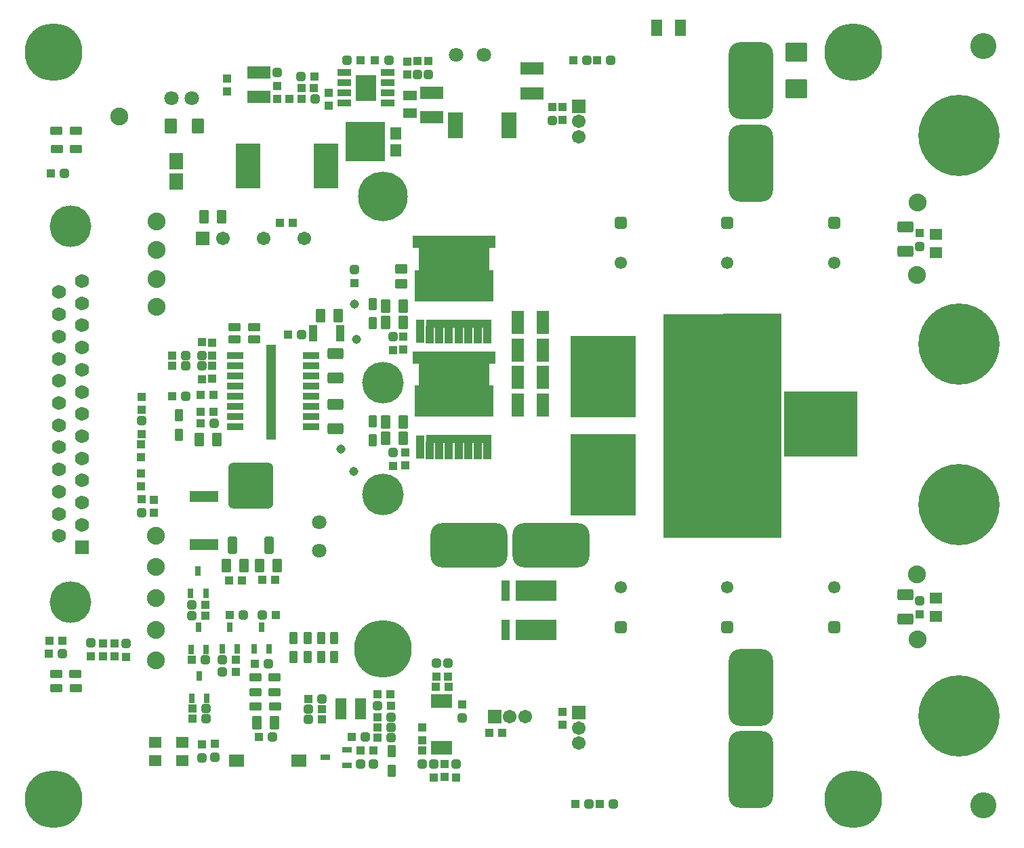
<source format=gts>
G04*
G04 #@! TF.GenerationSoftware,Altium Limited,Altium Designer,21.3.2 (30)*
G04*
G04 Layer_Color=8388736*
%FSTAX24Y24*%
%MOIN*%
G70*
G04*
G04 #@! TF.SameCoordinates,B67C6306-A56B-4E52-B5C8-3BB335875088*
G04*
G04*
G04 #@! TF.FilePolarity,Negative*
G04*
G01*
G75*
G04:AMPARAMS|DCode=59|XSize=55.1mil|YSize=78.7mil|CornerRadius=8.7mil|HoleSize=0mil|Usage=FLASHONLY|Rotation=270.000|XOffset=0mil|YOffset=0mil|HoleType=Round|Shape=RoundedRectangle|*
%AMROUNDEDRECTD59*
21,1,0.0551,0.0614,0,0,270.0*
21,1,0.0378,0.0787,0,0,270.0*
1,1,0.0173,-0.0307,-0.0189*
1,1,0.0173,-0.0307,0.0189*
1,1,0.0173,0.0307,0.0189*
1,1,0.0173,0.0307,-0.0189*
%
%ADD59ROUNDEDRECTD59*%
%ADD60R,0.0630X0.0580*%
G04:AMPARAMS|DCode=61|XSize=40.9mil|YSize=58.7mil|CornerRadius=4.5mil|HoleSize=0mil|Usage=FLASHONLY|Rotation=0.000|XOffset=0mil|YOffset=0mil|HoleType=Round|Shape=RoundedRectangle|*
%AMROUNDEDRECTD61*
21,1,0.0409,0.0496,0,0,0.0*
21,1,0.0319,0.0587,0,0,0.0*
1,1,0.0091,0.0159,-0.0248*
1,1,0.0091,-0.0159,-0.0248*
1,1,0.0091,-0.0159,0.0248*
1,1,0.0091,0.0159,0.0248*
%
%ADD61ROUNDEDRECTD61*%
G04:AMPARAMS|DCode=62|XSize=43.3mil|YSize=43.3mil|CornerRadius=7.5mil|HoleSize=0mil|Usage=FLASHONLY|Rotation=0.000|XOffset=0mil|YOffset=0mil|HoleType=Round|Shape=RoundedRectangle|*
%AMROUNDEDRECTD62*
21,1,0.0433,0.0283,0,0,0.0*
21,1,0.0283,0.0433,0,0,0.0*
1,1,0.0150,0.0142,-0.0142*
1,1,0.0150,-0.0142,-0.0142*
1,1,0.0150,-0.0142,0.0142*
1,1,0.0150,0.0142,0.0142*
%
%ADD62ROUNDEDRECTD62*%
G04:AMPARAMS|DCode=63|XSize=43.4mil|YSize=43.4mil|CornerRadius=7.5mil|HoleSize=0mil|Usage=FLASHONLY|Rotation=0.000|XOffset=0mil|YOffset=0mil|HoleType=Round|Shape=RoundedRectangle|*
%AMROUNDEDRECTD63*
21,1,0.0434,0.0283,0,0,0.0*
21,1,0.0283,0.0434,0,0,0.0*
1,1,0.0151,0.0142,-0.0142*
1,1,0.0151,-0.0142,-0.0142*
1,1,0.0151,-0.0142,0.0142*
1,1,0.0151,0.0142,0.0142*
%
%ADD63ROUNDEDRECTD63*%
%ADD64R,0.0316X0.0474*%
G04:AMPARAMS|DCode=65|XSize=47.2mil|YSize=68.9mil|CornerRadius=7.9mil|HoleSize=0mil|Usage=FLASHONLY|Rotation=180.000|XOffset=0mil|YOffset=0mil|HoleType=Round|Shape=RoundedRectangle|*
%AMROUNDEDRECTD65*
21,1,0.0472,0.0531,0,0,180.0*
21,1,0.0315,0.0689,0,0,180.0*
1,1,0.0157,-0.0157,0.0266*
1,1,0.0157,0.0157,0.0266*
1,1,0.0157,0.0157,-0.0266*
1,1,0.0157,-0.0157,-0.0266*
%
%ADD65ROUNDEDRECTD65*%
%ADD66R,0.3899X0.1537*%
%ADD67R,0.3505X0.1222*%
%ADD68R,0.4056X0.0631*%
%ADD69R,0.3230X0.0395*%
%ADD70R,0.0395X0.0867*%
%ADD71R,0.0395X0.1182*%
G04:AMPARAMS|DCode=72|XSize=43.3mil|YSize=43.3mil|CornerRadius=7.5mil|HoleSize=0mil|Usage=FLASHONLY|Rotation=90.000|XOffset=0mil|YOffset=0mil|HoleType=Round|Shape=RoundedRectangle|*
%AMROUNDEDRECTD72*
21,1,0.0433,0.0283,0,0,90.0*
21,1,0.0283,0.0433,0,0,90.0*
1,1,0.0150,0.0142,0.0142*
1,1,0.0150,0.0142,-0.0142*
1,1,0.0150,-0.0142,-0.0142*
1,1,0.0150,-0.0142,0.0142*
%
%ADD72ROUNDEDRECTD72*%
G04:AMPARAMS|DCode=73|XSize=47.4mil|YSize=69mil|CornerRadius=7.9mil|HoleSize=0mil|Usage=FLASHONLY|Rotation=0.000|XOffset=0mil|YOffset=0mil|HoleType=Round|Shape=RoundedRectangle|*
%AMROUNDEDRECTD73*
21,1,0.0474,0.0531,0,0,0.0*
21,1,0.0315,0.0690,0,0,0.0*
1,1,0.0159,0.0157,-0.0266*
1,1,0.0159,-0.0157,-0.0266*
1,1,0.0159,-0.0157,0.0266*
1,1,0.0159,0.0157,0.0266*
%
%ADD73ROUNDEDRECTD73*%
G04:AMPARAMS|DCode=74|XSize=44.9mil|YSize=60.6mil|CornerRadius=4.7mil|HoleSize=0mil|Usage=FLASHONLY|Rotation=270.000|XOffset=0mil|YOffset=0mil|HoleType=Round|Shape=RoundedRectangle|*
%AMROUNDEDRECTD74*
21,1,0.0449,0.0512,0,0,270.0*
21,1,0.0354,0.0606,0,0,270.0*
1,1,0.0094,-0.0256,-0.0177*
1,1,0.0094,-0.0256,0.0177*
1,1,0.0094,0.0256,0.0177*
1,1,0.0094,0.0256,-0.0177*
%
%ADD74ROUNDEDRECTD74*%
%ADD75C,0.0449*%
G04:AMPARAMS|DCode=76|XSize=43.4mil|YSize=43.4mil|CornerRadius=7.5mil|HoleSize=0mil|Usage=FLASHONLY|Rotation=90.000|XOffset=0mil|YOffset=0mil|HoleType=Round|Shape=RoundedRectangle|*
%AMROUNDEDRECTD76*
21,1,0.0434,0.0283,0,0,90.0*
21,1,0.0283,0.0434,0,0,90.0*
1,1,0.0151,0.0142,0.0142*
1,1,0.0151,0.0142,-0.0142*
1,1,0.0151,-0.0142,-0.0142*
1,1,0.0151,-0.0142,0.0142*
%
%ADD76ROUNDEDRECTD76*%
G04:AMPARAMS|DCode=77|XSize=40.9mil|YSize=58.7mil|CornerRadius=4.5mil|HoleSize=0mil|Usage=FLASHONLY|Rotation=270.000|XOffset=0mil|YOffset=0mil|HoleType=Round|Shape=RoundedRectangle|*
%AMROUNDEDRECTD77*
21,1,0.0409,0.0496,0,0,270.0*
21,1,0.0319,0.0587,0,0,270.0*
1,1,0.0091,-0.0248,-0.0159*
1,1,0.0091,-0.0248,0.0159*
1,1,0.0091,0.0248,0.0159*
1,1,0.0091,0.0248,-0.0159*
%
%ADD77ROUNDEDRECTD77*%
G04:AMPARAMS|DCode=78|XSize=44.9mil|YSize=84.3mil|CornerRadius=7.7mil|HoleSize=0mil|Usage=FLASHONLY|Rotation=0.000|XOffset=0mil|YOffset=0mil|HoleType=Round|Shape=RoundedRectangle|*
%AMROUNDEDRECTD78*
21,1,0.0449,0.0689,0,0,0.0*
21,1,0.0295,0.0843,0,0,0.0*
1,1,0.0154,0.0148,-0.0344*
1,1,0.0154,-0.0148,-0.0344*
1,1,0.0154,-0.0148,0.0344*
1,1,0.0154,0.0148,0.0344*
%
%ADD78ROUNDEDRECTD78*%
G04:AMPARAMS|DCode=79|XSize=222mil|YSize=229.9mil|CornerRadius=29.8mil|HoleSize=0mil|Usage=FLASHONLY|Rotation=0.000|XOffset=0mil|YOffset=0mil|HoleType=Round|Shape=RoundedRectangle|*
%AMROUNDEDRECTD79*
21,1,0.2220,0.1703,0,0,0.0*
21,1,0.1624,0.2299,0,0,0.0*
1,1,0.0596,0.0812,-0.0851*
1,1,0.0596,-0.0812,-0.0851*
1,1,0.0596,-0.0812,0.0851*
1,1,0.0596,0.0812,0.0851*
%
%ADD79ROUNDEDRECTD79*%
%ADD80R,0.1399X0.0572*%
G04:AMPARAMS|DCode=81|XSize=74.8mil|YSize=63mil|CornerRadius=4.9mil|HoleSize=0mil|Usage=FLASHONLY|Rotation=0.000|XOffset=0mil|YOffset=0mil|HoleType=Round|Shape=RoundedRectangle|*
%AMROUNDEDRECTD81*
21,1,0.0748,0.0531,0,0,0.0*
21,1,0.0650,0.0630,0,0,0.0*
1,1,0.0098,0.0325,-0.0266*
1,1,0.0098,-0.0325,-0.0266*
1,1,0.0098,-0.0325,0.0266*
1,1,0.0098,0.0325,0.0266*
%
%ADD81ROUNDEDRECTD81*%
%ADD82R,0.0474X0.0316*%
G04:AMPARAMS|DCode=83|XSize=56.7mil|YSize=76.4mil|CornerRadius=5.3mil|HoleSize=0mil|Usage=FLASHONLY|Rotation=180.000|XOffset=0mil|YOffset=0mil|HoleType=Round|Shape=RoundedRectangle|*
%AMROUNDEDRECTD83*
21,1,0.0567,0.0657,0,0,180.0*
21,1,0.0461,0.0764,0,0,180.0*
1,1,0.0106,-0.0230,0.0329*
1,1,0.0106,0.0230,0.0329*
1,1,0.0106,0.0230,-0.0329*
1,1,0.0106,-0.0230,-0.0329*
%
%ADD83ROUNDEDRECTD83*%
%ADD84R,0.1222X0.2206*%
%ADD85R,0.1181X0.0591*%
%ADD86R,0.1938X0.1970*%
%ADD87R,0.0580X0.0631*%
%ADD88R,0.0680X0.0336*%
%ADD89R,0.1025X0.1300*%
%ADD90R,0.0769X0.1261*%
G04:AMPARAMS|DCode=91|XSize=94.5mil|YSize=106.3mil|CornerRadius=6.5mil|HoleSize=0mil|Usage=FLASHONLY|Rotation=90.000|XOffset=0mil|YOffset=0mil|HoleType=Round|Shape=RoundedRectangle|*
%AMROUNDEDRECTD91*
21,1,0.0945,0.0933,0,0,90.0*
21,1,0.0815,0.1063,0,0,90.0*
1,1,0.0130,0.0467,0.0407*
1,1,0.0130,0.0467,-0.0407*
1,1,0.0130,-0.0467,-0.0407*
1,1,0.0130,-0.0467,0.0407*
%
%ADD91ROUNDEDRECTD91*%
%ADD92R,0.0551X0.0787*%
G04:AMPARAMS|DCode=93|XSize=47.2mil|YSize=68.9mil|CornerRadius=7.9mil|HoleSize=0mil|Usage=FLASHONLY|Rotation=90.000|XOffset=0mil|YOffset=0mil|HoleType=Round|Shape=RoundedRectangle|*
%AMROUNDEDRECTD93*
21,1,0.0472,0.0531,0,0,90.0*
21,1,0.0315,0.0689,0,0,90.0*
1,1,0.0157,0.0266,0.0157*
1,1,0.0157,0.0266,-0.0157*
1,1,0.0157,-0.0266,-0.0157*
1,1,0.0157,-0.0266,0.0157*
%
%ADD93ROUNDEDRECTD93*%
%ADD94R,0.3230X0.4017*%
%ADD95R,0.3623X0.3230*%
%ADD96R,0.0257X0.0661*%
G04:AMPARAMS|DCode=97|XSize=202.4mil|YSize=102mil|CornerRadius=7.6mil|HoleSize=0mil|Usage=FLASHONLY|Rotation=180.000|XOffset=0mil|YOffset=0mil|HoleType=Round|Shape=RoundedRectangle|*
%AMROUNDEDRECTD97*
21,1,0.2024,0.0868,0,0,180.0*
21,1,0.1872,0.1020,0,0,180.0*
1,1,0.0152,-0.0936,0.0434*
1,1,0.0152,0.0936,0.0434*
1,1,0.0152,0.0936,-0.0434*
1,1,0.0152,-0.0936,-0.0434*
%
%ADD97ROUNDEDRECTD97*%
G04:AMPARAMS|DCode=98|XSize=40.9mil|YSize=102mil|CornerRadius=4.5mil|HoleSize=0mil|Usage=FLASHONLY|Rotation=0.000|XOffset=0mil|YOffset=0mil|HoleType=Round|Shape=RoundedRectangle|*
%AMROUNDEDRECTD98*
21,1,0.0409,0.0929,0,0,0.0*
21,1,0.0319,0.1020,0,0,0.0*
1,1,0.0091,0.0159,-0.0465*
1,1,0.0091,-0.0159,-0.0465*
1,1,0.0091,-0.0159,0.0465*
1,1,0.0091,0.0159,0.0465*
%
%ADD98ROUNDEDRECTD98*%
%ADD99R,0.0848X0.0336*%
%ADD100R,0.0591X0.1181*%
%ADD101R,0.0440X0.0789*%
%ADD102R,0.0552X0.0257*%
%ADD103C,0.2836*%
%ADD104C,0.0880*%
G04:AMPARAMS|DCode=105|XSize=378mil|YSize=218mil|CornerRadius=56.5mil|HoleSize=0mil|Usage=FLASHONLY|Rotation=0.000|XOffset=0mil|YOffset=0mil|HoleType=Round|Shape=RoundedRectangle|*
%AMROUNDEDRECTD105*
21,1,0.3780,0.1050,0,0,0.0*
21,1,0.2650,0.2180,0,0,0.0*
1,1,0.1130,0.1325,-0.0525*
1,1,0.1130,-0.1325,-0.0525*
1,1,0.1130,-0.1325,0.0525*
1,1,0.1130,0.1325,0.0525*
%
%ADD105ROUNDEDRECTD105*%
%ADD106C,0.0474*%
%ADD107C,0.0671*%
%ADD108R,0.0671X0.0671*%
%ADD109C,0.0709*%
G04:AMPARAMS|DCode=110|XSize=378mil|YSize=218mil|CornerRadius=56.5mil|HoleSize=0mil|Usage=FLASHONLY|Rotation=270.000|XOffset=0mil|YOffset=0mil|HoleType=Round|Shape=RoundedRectangle|*
%AMROUNDEDRECTD110*
21,1,0.3780,0.1050,0,0,270.0*
21,1,0.2650,0.2180,0,0,270.0*
1,1,0.1130,-0.0525,-0.1325*
1,1,0.1130,-0.0525,0.1325*
1,1,0.1130,0.0525,0.1325*
1,1,0.1130,0.0525,-0.1325*
%
%ADD110ROUNDEDRECTD110*%
%ADD111R,0.0671X0.0671*%
%ADD112R,0.0709X0.0787*%
%ADD113R,0.0694X0.0694*%
%ADD114C,0.0694*%
%ADD115C,0.2049*%
%ADD116C,0.2442*%
%ADD117C,0.0610*%
G04:AMPARAMS|DCode=118|XSize=61mil|YSize=61mil|CornerRadius=16.7mil|HoleSize=0mil|Usage=FLASHONLY|Rotation=270.000|XOffset=0mil|YOffset=0mil|HoleType=Round|Shape=RoundedRectangle|*
%AMROUNDEDRECTD118*
21,1,0.0610,0.0276,0,0,270.0*
21,1,0.0276,0.0610,0,0,270.0*
1,1,0.0335,-0.0138,-0.0138*
1,1,0.0335,-0.0138,0.0138*
1,1,0.0335,0.0138,0.0138*
1,1,0.0335,0.0138,-0.0138*
%
%ADD118ROUNDEDRECTD118*%
%ADD119C,0.1280*%
%ADD120C,0.3996*%
%ADD121R,0.0480X0.4680*%
G36*
X072693Y043299D02*
X072695Y043299D01*
X072695Y043299D01*
X072695Y043299D01*
X072698Y043299D01*
X0727Y043298D01*
X0727Y043298D01*
X0727Y043298D01*
X072703Y043298D01*
X072705Y043297D01*
X072705Y043297D01*
X072705Y043297D01*
X072708Y043296D01*
X07271Y043294D01*
X07271Y043294D01*
X07271Y043294D01*
X072712Y043293D01*
X072714Y043292D01*
X072714Y043291D01*
X072714Y043291D01*
X072716Y04329D01*
X072718Y043288D01*
X072718Y043288D01*
X072718Y043288D01*
X07272Y043286D01*
X072722Y043284D01*
X072722Y043284D01*
X072722Y043284D01*
X072723Y043282D01*
X072725Y04328D01*
X072725Y04328D01*
X072725Y04328D01*
X072726Y043277D01*
X072727Y043275D01*
X072727Y043275D01*
X072727Y043275D01*
X072728Y043273D01*
X072729Y04327D01*
X072729Y04327D01*
X072729Y04327D01*
X072729Y043267D01*
X07273Y043265D01*
X07273Y043265D01*
X07273Y043265D01*
X07273Y043262D01*
X07273Y04326D01*
X07273Y04326D01*
X07273Y04326D01*
X07273Y03231D01*
X07273Y032305D01*
X072729Y0323D01*
X072727Y032295D01*
X072725Y03229D01*
X072722Y032286D01*
X072718Y032282D01*
X072714Y032278D01*
X07271Y032275D01*
X072705Y032273D01*
X0727Y032271D01*
X072695Y03227D01*
X07269Y03227D01*
X06694Y03227D01*
X06694Y03227D01*
X06694Y03227D01*
X066938Y03227D01*
X066935Y03227D01*
X066935Y03227D01*
X066935Y03227D01*
X066932Y032271D01*
X06693Y032271D01*
X06693Y032271D01*
X06693Y032271D01*
X066928Y032272D01*
X066925Y032273D01*
X066925Y032273D01*
X066925Y032273D01*
X066922Y032274D01*
X06692Y032275D01*
X06692Y032275D01*
X06692Y032275D01*
X066918Y032277D01*
X066916Y032278D01*
X066916Y032278D01*
X066916Y032278D01*
X066914Y03228D01*
X066912Y032282D01*
X066912Y032282D01*
X066912Y032282D01*
X06691Y032283D01*
X066908Y032286D01*
X066908Y032286D01*
X066908Y032286D01*
X066907Y032288D01*
X066905Y03229D01*
X066905Y03229D01*
X066905Y03229D01*
X066904Y032292D01*
X066903Y032295D01*
X066903Y032295D01*
X066903Y032295D01*
X066902Y032297D01*
X066901Y0323D01*
X066901Y0323D01*
X066901Y0323D01*
X066901Y032302D01*
X0669Y032305D01*
X0669Y032305D01*
X0669Y032305D01*
X0669Y032308D01*
X0669Y03231D01*
X0669Y03231D01*
X0669Y03231D01*
X06692Y04316D01*
Y04323D01*
X06692Y043233D01*
X06692Y043235D01*
X06692Y043235D01*
X06692Y043235D01*
X066921Y043238D01*
X066921Y04324D01*
X066921Y04324D01*
X066921Y04324D01*
X066922Y043243D01*
X066923Y043245D01*
X066923Y043245D01*
X066923Y043245D01*
X066924Y043248D01*
X066925Y04325D01*
X066925Y04325D01*
X066925Y04325D01*
X066927Y043252D01*
X066928Y043254D01*
X066928Y043254D01*
X066928Y043254D01*
X06693Y043256D01*
X066932Y043258D01*
X066932Y043258D01*
X066932Y043258D01*
X066934Y04326D01*
X066935Y043262D01*
X066936Y043262D01*
X066936Y043262D01*
X066938Y043263D01*
X06694Y043265D01*
X06694Y043265D01*
X06694Y043265D01*
X066942Y043266D01*
X066944Y043267D01*
X066945Y043267D01*
X066945Y043267D01*
X066947Y043268D01*
X066949Y043269D01*
X06695Y043269D01*
X06695Y043269D01*
X066952Y043269D01*
X066955Y04327D01*
X066955Y04327D01*
X066955Y04327D01*
X066957Y04327D01*
X06696Y04327D01*
X07269Y0433D01*
X07269Y0433D01*
X07269Y0433D01*
X072693Y043299D01*
D02*
G37*
D59*
X0788Y029441D02*
D03*
Y028259D02*
D03*
X05077Y04131D02*
D03*
Y040129D02*
D03*
Y037635D02*
D03*
Y038816D02*
D03*
X0788Y046359D02*
D03*
Y047541D02*
D03*
D60*
X0803Y0293D02*
D03*
Y0284D02*
D03*
X04325Y0222D02*
D03*
Y0213D02*
D03*
X0419Y02219D02*
D03*
Y02129D02*
D03*
X0803Y04719D02*
D03*
Y04629D02*
D03*
D61*
X05073Y026385D02*
D03*
Y02733D02*
D03*
X05008Y026385D02*
D03*
Y02733D02*
D03*
X04871Y026378D02*
D03*
Y027322D02*
D03*
X04943Y026385D02*
D03*
Y02733D02*
D03*
X0526Y04375D02*
D03*
Y042805D02*
D03*
Y03705D02*
D03*
Y037995D02*
D03*
X04309Y038272D02*
D03*
Y037328D02*
D03*
X05356Y020798D02*
D03*
Y021742D02*
D03*
D62*
X045585Y02847D02*
D03*
X045892Y026249D02*
D03*
X043706Y026253D02*
D03*
X044397Y028971D02*
D03*
X044387Y028421D02*
D03*
X04619Y03015D02*
D03*
X04556D02*
D03*
X04718Y0302D02*
D03*
X04781D02*
D03*
X04845Y042264D02*
D03*
X04275Y04121D02*
D03*
Y04071D02*
D03*
X04479Y03929D02*
D03*
X04416D02*
D03*
X04275Y03921D02*
D03*
X04416Y03846D02*
D03*
X04479D02*
D03*
X04416Y03788D02*
D03*
X03735Y0272D02*
D03*
X03672D02*
D03*
X036681Y02655D02*
D03*
X043745Y02384D02*
D03*
Y02334D02*
D03*
X045879Y02564D02*
D03*
X046811Y02606D02*
D03*
X047021Y02245D02*
D03*
X049441Y02432D02*
D03*
X050115Y02382D02*
D03*
Y02332D02*
D03*
X05157Y02245D02*
D03*
X052835Y02293D02*
D03*
Y02343D02*
D03*
X053505Y02399D02*
D03*
X05349Y02456D02*
D03*
X05286D02*
D03*
X05898Y02265D02*
D03*
X05835D02*
D03*
X062581Y01915D02*
D03*
X063781D02*
D03*
X03677Y0502D02*
D03*
X04853Y05385D02*
D03*
X0479D02*
D03*
X0491D02*
D03*
Y0544D02*
D03*
X04973D02*
D03*
X04975Y05495D02*
D03*
X052019Y05575D02*
D03*
X052731D02*
D03*
X052835Y02243D02*
D03*
X047854Y02847D02*
D03*
X06365Y05575D02*
D03*
X062481D02*
D03*
X04867Y04774D02*
D03*
X04804D02*
D03*
X05634Y02492D02*
D03*
X05571D02*
D03*
D63*
X046254Y02847D02*
D03*
X045223Y026249D02*
D03*
X044375Y026253D02*
D03*
X043728Y028971D02*
D03*
X043718Y028421D02*
D03*
X04912Y042264D02*
D03*
X04342Y04121D02*
D03*
Y04071D02*
D03*
Y03921D02*
D03*
X044829Y03788D02*
D03*
X03735Y02655D02*
D03*
X044414Y02384D02*
D03*
Y02334D02*
D03*
X04521Y02564D02*
D03*
X04748Y02606D02*
D03*
X04769Y02245D02*
D03*
X05011Y02432D02*
D03*
X049446Y02382D02*
D03*
Y02332D02*
D03*
X052239Y02245D02*
D03*
X053504Y02293D02*
D03*
Y02343D02*
D03*
X052836Y02399D02*
D03*
X06325Y01915D02*
D03*
X06445D02*
D03*
X037439Y0502D02*
D03*
X049769Y05385D02*
D03*
X049081Y05495D02*
D03*
X05135Y05575D02*
D03*
X0534D02*
D03*
X053504Y02243D02*
D03*
X047185Y02847D02*
D03*
X064319Y05575D02*
D03*
X06315D02*
D03*
D64*
X047154Y027861D02*
D03*
X047528Y026779D02*
D03*
X04678D02*
D03*
X045585Y027861D02*
D03*
X045959Y026779D02*
D03*
X045211D02*
D03*
X04409Y025441D02*
D03*
X044464Y024359D02*
D03*
X043716D02*
D03*
X044056Y027853D02*
D03*
X04443Y02677D02*
D03*
X043682D02*
D03*
X043654Y02953D02*
D03*
X044402D02*
D03*
X044028Y030613D02*
D03*
D65*
X04541Y0309D02*
D03*
X046276D02*
D03*
X04791D02*
D03*
X047044D02*
D03*
X050926Y04319D02*
D03*
X05006D02*
D03*
X053234Y04365D02*
D03*
Y04285D02*
D03*
Y03795D02*
D03*
Y03715D02*
D03*
X044084Y0371D02*
D03*
X04495D02*
D03*
X04777Y02315D02*
D03*
X046904D02*
D03*
X045196Y04805D02*
D03*
X04433D02*
D03*
D66*
X0566Y04467D02*
D03*
Y038988D02*
D03*
D67*
Y045969D02*
D03*
Y040287D02*
D03*
D68*
Y046816D02*
D03*
Y041133D02*
D03*
D69*
X056836Y0428D02*
D03*
Y037118D02*
D03*
D70*
X058254Y042249D02*
D03*
X057781D02*
D03*
X057309D02*
D03*
X056836D02*
D03*
X056364D02*
D03*
X055891D02*
D03*
X055419D02*
D03*
Y036567D02*
D03*
X055891D02*
D03*
X056364D02*
D03*
X056836D02*
D03*
X057309D02*
D03*
X057781D02*
D03*
X058254D02*
D03*
D71*
X054946Y042406D02*
D03*
Y036724D02*
D03*
D72*
X0541Y04152D02*
D03*
Y04215D02*
D03*
X0536Y041481D02*
D03*
Y035781D02*
D03*
X04472Y04071D02*
D03*
Y04008D02*
D03*
X04422Y040041D02*
D03*
X04124Y034159D02*
D03*
X04185Y03349D02*
D03*
Y03412D02*
D03*
X04123Y03541D02*
D03*
Y03478D02*
D03*
Y03684D02*
D03*
Y03621D02*
D03*
X04124Y037341D02*
D03*
Y03856D02*
D03*
Y03919D02*
D03*
X04049Y026401D02*
D03*
X03992Y02642D02*
D03*
Y02705D02*
D03*
X03934Y02643D02*
D03*
Y02706D02*
D03*
X03875Y02641D02*
D03*
X04423Y0221D02*
D03*
X04485Y02211D02*
D03*
X05202Y02179D02*
D03*
X05265D02*
D03*
X05672Y020451D02*
D03*
X06195Y02307D02*
D03*
Y0237D02*
D03*
X04546Y05422D02*
D03*
Y05485D02*
D03*
X0479Y0545D02*
D03*
X05045Y05415D02*
D03*
Y05352D02*
D03*
X05535Y055719D02*
D03*
X0548D02*
D03*
X0543Y05568D02*
D03*
Y05505D02*
D03*
X06145Y05345D02*
D03*
X06195D02*
D03*
Y05282D02*
D03*
X0795Y047269D02*
D03*
Y028481D02*
D03*
X04422Y041879D02*
D03*
X05171Y044801D02*
D03*
X0542Y03582D02*
D03*
Y03645D02*
D03*
X05506Y02229D02*
D03*
Y02292D02*
D03*
Y021789D02*
D03*
X05616Y02049D02*
D03*
Y02112D02*
D03*
X05561Y020451D02*
D03*
X05631Y02542D02*
D03*
X05576D02*
D03*
X05701Y02407D02*
D03*
X04472Y04121D02*
D03*
Y04184D02*
D03*
D73*
X0541Y04365D02*
D03*
Y04285D02*
D03*
Y03795D02*
D03*
Y03715D02*
D03*
D74*
X054Y04475D02*
D03*
Y045498D02*
D03*
D75*
X05173Y04374D02*
D03*
X0518Y04202D02*
D03*
X05104Y03663D02*
D03*
X05169Y03551D02*
D03*
D76*
X0536Y04215D02*
D03*
Y03645D02*
D03*
X04422Y04071D02*
D03*
X04124Y03349D02*
D03*
Y03801D02*
D03*
X04049Y02707D02*
D03*
X03875Y027079D02*
D03*
X04423Y021431D02*
D03*
X04485Y021441D02*
D03*
X05202Y021121D02*
D03*
X05265D02*
D03*
X05672Y02112D02*
D03*
X0479Y055169D02*
D03*
X05535Y05505D02*
D03*
X0548D02*
D03*
X06145Y052781D02*
D03*
X0795Y0466D02*
D03*
Y02915D02*
D03*
X04422Y04121D02*
D03*
X05171Y04547D02*
D03*
X05506Y02112D02*
D03*
X05561D02*
D03*
X05631Y026089D02*
D03*
X05576D02*
D03*
X05701Y023401D02*
D03*
D77*
X04677Y04261D02*
D03*
X045825D02*
D03*
X04677Y04201D02*
D03*
X045825D02*
D03*
X047782Y02538D02*
D03*
X046838D02*
D03*
X047792Y02465D02*
D03*
X046848D02*
D03*
X047802Y02395D02*
D03*
X046858D02*
D03*
X038012Y0514D02*
D03*
X037068D02*
D03*
X038002Y0523D02*
D03*
X037058D02*
D03*
X037992Y02554D02*
D03*
X037048D02*
D03*
X037055Y02485D02*
D03*
X038D02*
D03*
D78*
X04571Y031893D02*
D03*
X04751Y031893D02*
D03*
D79*
X04661Y034807D02*
D03*
D80*
X04431Y034281D02*
D03*
Y031919D02*
D03*
D81*
X048995Y021304D02*
D03*
X045925D02*
D03*
D82*
X050279Y02144D02*
D03*
X051361Y021814D02*
D03*
Y021066D02*
D03*
D83*
X042671Y05252D02*
D03*
X04401D02*
D03*
D84*
X046491Y05055D02*
D03*
X050309D02*
D03*
D85*
X047Y05517D02*
D03*
Y05395D02*
D03*
X06045Y05535D02*
D03*
Y05413D02*
D03*
X0555Y05417D02*
D03*
Y05295D02*
D03*
D86*
X052251Y05174D02*
D03*
D87*
X053749Y051331D02*
D03*
Y052149D02*
D03*
D88*
X05335Y05365D02*
D03*
Y05415D02*
D03*
Y05465D02*
D03*
Y05515D02*
D03*
X051215D02*
D03*
Y05465D02*
D03*
Y05415D02*
D03*
Y05365D02*
D03*
D89*
X052282Y0544D02*
D03*
D90*
X059329Y05255D02*
D03*
X056671D02*
D03*
D91*
X073454Y05617D02*
D03*
Y054359D02*
D03*
D92*
X06775Y05735D02*
D03*
X066569D02*
D03*
D93*
X05445Y054016D02*
D03*
Y05315D02*
D03*
D94*
X06395Y0402D02*
D03*
Y03535D02*
D03*
D95*
X07465Y03785D02*
D03*
D96*
X056394Y021913D02*
D03*
X056138D02*
D03*
X055882D02*
D03*
X055626D02*
D03*
Y024227D02*
D03*
X055882D02*
D03*
X056138D02*
D03*
X056394D02*
D03*
D97*
X06065Y027735D02*
D03*
Y029665D02*
D03*
D98*
X059154D02*
D03*
Y027735D02*
D03*
D99*
X04586Y04121D02*
D03*
Y04071D02*
D03*
Y04021D02*
D03*
Y03971D02*
D03*
Y03921D02*
D03*
Y03871D02*
D03*
Y03821D02*
D03*
Y03771D02*
D03*
X04958D02*
D03*
Y03821D02*
D03*
Y03871D02*
D03*
Y03921D02*
D03*
Y03971D02*
D03*
Y04021D02*
D03*
Y04071D02*
D03*
Y04121D02*
D03*
D100*
X06097Y04285D02*
D03*
X05975D02*
D03*
X06097Y0415D02*
D03*
X05975D02*
D03*
X06097Y04015D02*
D03*
X05975D02*
D03*
X06097Y0388D02*
D03*
X05975D02*
D03*
D101*
X05103Y04231D02*
D03*
X04968D02*
D03*
D102*
X052032Y024234D02*
D03*
Y023978D02*
D03*
Y023722D02*
D03*
Y023466D02*
D03*
X051048D02*
D03*
Y023722D02*
D03*
Y023978D02*
D03*
Y024234D02*
D03*
D103*
X07625Y0194D02*
D03*
X0531Y0268D02*
D03*
X0369Y0194D02*
D03*
Y05615D02*
D03*
X07625D02*
D03*
D104*
X079387Y03045D02*
D03*
X079387Y0452D02*
D03*
X0794Y04875D02*
D03*
X04194Y03235D02*
D03*
X04194Y03083D02*
D03*
Y02928D02*
D03*
Y02773D02*
D03*
Y02622D02*
D03*
X04197Y04361D02*
D03*
Y04499D02*
D03*
Y04641D02*
D03*
Y04781D02*
D03*
X0794Y02725D02*
D03*
X04015Y053D02*
D03*
D105*
X061399Y0319D02*
D03*
X05735D02*
D03*
D106*
X06007Y032512D02*
D03*
X060533Y032682D02*
D03*
X061058D02*
D03*
X061583D02*
D03*
X062108D02*
D03*
X062571Y032512D02*
D03*
X062857Y032118D02*
D03*
Y031632D02*
D03*
X062571Y031238D02*
D03*
X062108Y031068D02*
D03*
X061583D02*
D03*
X061058D02*
D03*
X06007Y031238D02*
D03*
X059784Y031632D02*
D03*
X058634Y032512D02*
D03*
X058171Y032682D02*
D03*
X057646D02*
D03*
X057121D02*
D03*
X056596D02*
D03*
X056133Y032512D02*
D03*
X055847Y032118D02*
D03*
Y031632D02*
D03*
X056133Y031238D02*
D03*
X056596Y031068D02*
D03*
X057121D02*
D03*
X057646D02*
D03*
X058171D02*
D03*
X058634Y031238D02*
D03*
X05892Y031632D02*
D03*
Y032118D02*
D03*
X059784D02*
D03*
X060533Y031068D02*
D03*
X071812Y02218D02*
D03*
X071982Y021717D02*
D03*
Y021192D02*
D03*
Y020667D02*
D03*
Y020142D02*
D03*
X071812Y019679D02*
D03*
X071418Y019393D02*
D03*
X070932D02*
D03*
X070538Y019679D02*
D03*
X070368Y020142D02*
D03*
Y020667D02*
D03*
Y021192D02*
D03*
X070538Y02218D02*
D03*
X070932Y022466D02*
D03*
X071812Y023616D02*
D03*
X071982Y024079D02*
D03*
Y024604D02*
D03*
Y025129D02*
D03*
Y025654D02*
D03*
X071812Y026117D02*
D03*
X071418Y026403D02*
D03*
X070932D02*
D03*
X070538Y026117D02*
D03*
X070368Y025654D02*
D03*
Y025129D02*
D03*
Y024604D02*
D03*
Y024079D02*
D03*
X070538Y023616D02*
D03*
X070932Y02333D02*
D03*
X071418D02*
D03*
Y022466D02*
D03*
X070368Y021717D02*
D03*
X071812Y052029D02*
D03*
X071982Y051566D02*
D03*
Y051041D02*
D03*
Y050516D02*
D03*
Y049991D02*
D03*
X071812Y049528D02*
D03*
X071418Y049243D02*
D03*
X070932D02*
D03*
X070538Y049528D02*
D03*
X070368Y049991D02*
D03*
Y050516D02*
D03*
Y051041D02*
D03*
X070538Y052029D02*
D03*
X070932Y052315D02*
D03*
X071812Y053465D02*
D03*
X071982Y053928D02*
D03*
Y054453D02*
D03*
Y054978D02*
D03*
Y055503D02*
D03*
X071812Y055966D02*
D03*
X071418Y056252D02*
D03*
X070932D02*
D03*
X070538Y055966D02*
D03*
X070368Y055503D02*
D03*
Y054978D02*
D03*
Y054453D02*
D03*
Y053928D02*
D03*
X070538Y053465D02*
D03*
X070932Y05318D02*
D03*
X071418D02*
D03*
Y052315D02*
D03*
X070368Y051566D02*
D03*
D107*
X060104Y02345D02*
D03*
X059352D02*
D03*
X06275Y022146D02*
D03*
Y022898D02*
D03*
X04524Y04698D02*
D03*
X04724D02*
D03*
X04924D02*
D03*
X06275Y051995D02*
D03*
Y052747D02*
D03*
D108*
X0586Y02345D02*
D03*
X04424Y04698D02*
D03*
D109*
X0427Y05389D02*
D03*
X0437D02*
D03*
X04998Y031631D02*
D03*
Y033009D02*
D03*
X058079Y05603D02*
D03*
X056701D02*
D03*
D110*
X0712Y020851D02*
D03*
Y0249D02*
D03*
Y0507D02*
D03*
Y054749D02*
D03*
D111*
X06275Y02365D02*
D03*
Y053499D02*
D03*
D112*
X04296Y05078D02*
D03*
Y04978D02*
D03*
D113*
X0383Y0318D02*
D03*
D114*
Y032891D02*
D03*
Y033981D02*
D03*
Y035072D02*
D03*
Y036162D02*
D03*
Y037253D02*
D03*
Y038343D02*
D03*
Y039434D02*
D03*
Y040524D02*
D03*
Y041615D02*
D03*
Y042706D02*
D03*
Y043796D02*
D03*
X037182Y032345D02*
D03*
Y033436D02*
D03*
Y034526D02*
D03*
Y035617D02*
D03*
Y036707D02*
D03*
Y037798D02*
D03*
Y038889D02*
D03*
Y039979D02*
D03*
Y04107D02*
D03*
Y043251D02*
D03*
Y044341D02*
D03*
Y04216D02*
D03*
X0383Y044887D02*
D03*
D115*
X037741Y047603D02*
D03*
Y029083D02*
D03*
X0531Y0399D02*
D03*
Y0344D02*
D03*
D116*
Y04905D02*
D03*
D117*
X0753Y029818D02*
D03*
X07005D02*
D03*
X0648D02*
D03*
X0753Y045781D02*
D03*
X07005D02*
D03*
X0648D02*
D03*
D118*
X0753Y02785D02*
D03*
X07005D02*
D03*
X0648D02*
D03*
X0753Y04775D02*
D03*
X07005D02*
D03*
X0648D02*
D03*
D119*
X08265Y0191D02*
D03*
Y05645D02*
D03*
D120*
X08145Y05205D02*
D03*
Y0418D02*
D03*
Y0339D02*
D03*
Y0235D02*
D03*
D121*
X04762Y03941D02*
D03*
M02*

</source>
